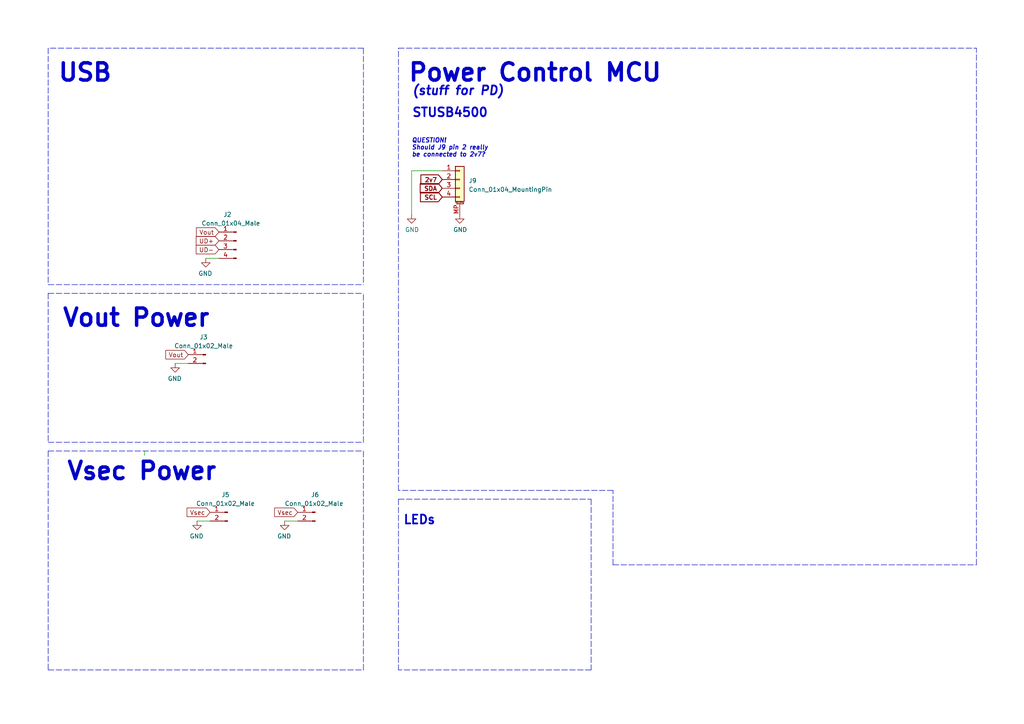
<source format=kicad_sch>
(kicad_sch (version 20211123) (generator eeschema)
  (paper "A4")
  (title_block (title "USB-C (PD) Board") (rev "0.0.1") (company "The Nerd Mage"))
  (lib_symbols
    (symbol "Connector:Conn_01x02_Male" (pin_names (offset 1.016) hide)
      (property "Reference" "J" (at 0 2.54 0))
      (property "Value" "Conn_01x02_Male" (at 0 -5.08 0))
      (symbol "Conn_01x02_Male_1_1"
        (polyline (pts (xy 1.27 -2.54) (xy 0.8636 -2.54)) (stroke (width 0.1524)))
        (polyline (pts (xy 1.27 0) (xy 0.8636 0)) (stroke (width 0.1524)))
        (rectangle (start 0.8636 -2.413) (end 0 -2.667) (stroke (width 0.1524)) (fill (type outline)))
        (rectangle (start 0.8636 0.127) (end 0 -0.127) (stroke (width 0.1524)) (fill (type outline)))
        (pin passive line (at 5.08 0 180) (length 3.81) (name "Pin_1") (number "1"))
        (pin passive line (at 5.08 -2.54 180) (length 3.81) (name "Pin_2") (number "2"))
      )
    )
    (symbol "Connector:Conn_01x04_Male" (pin_names (offset 1.016) hide)
      (property "Reference" "J" (at 0 5.08 0))
      (property "Value" "Conn_01x04_Male" (at 0 -7.62 0))
      (symbol "Conn_01x04_Male_1_1"
        (polyline (pts (xy 1.27 -5.08) (xy 0.8636 -5.08)) (stroke (width 0.1524)))
        (polyline (pts (xy 1.27 -2.54) (xy 0.8636 -2.54)) (stroke (width 0.1524)))
        (polyline (pts (xy 1.27 0) (xy 0.8636 0)) (stroke (width 0.1524)))
        (polyline (pts (xy 1.27 2.54) (xy 0.8636 2.54)) (stroke (width 0.1524)))
        (rectangle (start 0.8636 -4.953) (end 0 -5.207) (stroke (width 0.1524)) (fill (type outline)))
        (rectangle (start 0.8636 -2.413) (end 0 -2.667) (stroke (width 0.1524)) (fill (type outline)))
        (rectangle (start 0.8636 0.127) (end 0 -0.127) (stroke (width 0.1524)) (fill (type outline)))
        (rectangle (start 0.8636 2.667) (end 0 2.413) (stroke (width 0.1524)) (fill (type outline)))
        (pin passive line (at 5.08 2.54 180) (length 3.81) (name "Pin_1") (number "1"))
        (pin passive line (at 5.08 0 180) (length 3.81) (name "Pin_2") (number "2"))
        (pin passive line (at 5.08 -2.54 180) (length 3.81) (name "Pin_3") (number "3"))
        (pin passive line (at 5.08 -5.08 180) (length 3.81) (name "Pin_4") (number "4"))
      )
    )
    (symbol "Connector_Generic_MountingPin:Conn_01x04_MountingPin" (pin_names (offset 1.016) hide)
      (property "Reference" "J" (at 0 5.08 0))
      (property "Value" "Conn_01x04_MountingPin" (at 1.27 -7.62 0))
      (symbol "Conn_01x04_MountingPin_1_1"
        (rectangle (start -1.27 -4.953) (end 0 -5.207) (stroke (width 0.1524)))
        (rectangle (start -1.27 -2.413) (end 0 -2.667) (stroke (width 0.1524)))
        (rectangle (start -1.27 0.127) (end 0 -0.127) (stroke (width 0.1524)))
        (rectangle (start -1.27 2.667) (end 0 2.413) (stroke (width 0.1524)))
        (rectangle (start -1.27 3.81) (end 1.27 -6.35) (stroke (width 0.254)) (fill (type background)))
        (polyline (pts (xy -1.016 -7.112) (xy 1.016 -7.112)) (stroke (width 0.1524)))
        (text "Mounting" (at 0 -6.731 0) (effects (font (size 0.381 0.381))))
        (pin passive line (at -5.08 2.54 0) (length 3.81) (name "Pin_1") (number "1"))
        (pin passive line (at -5.08 0 0) (length 3.81) (name "Pin_2") (number "2"))
        (pin passive line (at -5.08 -2.54 0) (length 3.81) (name "Pin_3") (number "3"))
        (pin passive line (at -5.08 -5.08 0) (length 3.81) (name "Pin_4") (number "4"))
        (pin passive line (at 0 -10.16 90) (length 3.048) (name "MountPin") (number "MP"))
      )
    )
    (symbol "power:GND" (power) (pin_names (offset 0))
      (property "Value" "GND" (at 0 -3.81 0))
      (symbol "GND_0_1"
        (polyline (pts (xy 0 0) (xy 0 -1.27) (xy 1.27 -1.27) (xy 0 -2.54) (xy -1.27 -1.27) (xy 0 -1.27)))
      )
      (symbol "GND_1_1"
        (pin power_in line (at 0 0 270) (length 0) hide (name "GND") (number "1"))
      )
    )
  )
  (polyline (pts (xy 115.57 144.78) (xy 171.45 144.78)))
  (polyline (pts (xy 105.41 13.97) (xy 105.41 82.55)))
  (polyline (pts (xy 105.41 13.97) (xy 13.97 13.97)))
  (polyline (pts (xy 13.97 128.27) (xy 105.41 128.27)))
  (polyline (pts (xy 115.57 144.78) (xy 115.57 194.31)))
  (polyline (pts (xy 105.41 128.27) (xy 105.41 85.09)))
  (wire (pts (xy 128.27 49.53) (xy 119.38 49.53)))
  (polyline (pts (xy 13.97 130.81) (xy 105.41 130.81)))
  (polyline (pts (xy 13.97 85.09) (xy 13.97 128.27)))
  (polyline (pts (xy 171.45 194.31) (xy 115.57 194.31)))
  (polyline (pts (xy 13.97 194.31) (xy 105.41 194.31)))
  (wire (pts (xy 63.5 74.93) (xy 59.69 74.93)))
  (polyline (pts (xy 13.97 82.55) (xy 105.41 82.55)))
  (polyline (pts (xy 115.57 142.24) (xy 115.57 13.97)))
  (polyline (pts (xy 105.41 194.31) (xy 105.41 130.81)))
  (polyline (pts (xy 13.97 130.81) (xy 13.97 194.31)))
  (polyline (pts (xy 115.57 13.97) (xy 283.21 13.97)))
  (polyline (pts (xy 177.8 142.24) (xy 115.57 142.24)))
  (polyline (pts (xy 13.97 13.97) (xy 13.97 82.55)))
  (wire (pts (xy 54.61 105.41) (xy 50.8 105.41)))
  (polyline (pts (xy 177.8 163.83) (xy 177.8 142.24)))
  (wire (pts (xy 41.91 132.08) (xy 41.91 130.81)))
  (polyline (pts (xy 177.8 163.83) (xy 283.21 163.83)))
  (wire (pts (xy 119.38 49.53) (xy 119.38 62.23)))
  (polyline (pts (xy 171.45 144.78) (xy 171.45 194.31)))
  (wire (pts (xy 86.36 151.13) (xy 82.55 151.13)))
  (polyline (pts (xy 283.21 163.83) (xy 283.21 13.97)))
  (polyline (pts (xy 13.97 85.09) (xy 105.41 85.09)))
  (wire (pts (xy 60.96 151.13) (xy 57.15 151.13)))
  (text "Vsec Power" (at 19.05 139.7 0) (effects (font (size 5 5) (thickness 1) bold) (justify left bottom)))
  (text "Vout Power" (at 17.78 95.25 0) (effects (font (size 5 5) (thickness 1) bold) (justify left bottom)))
  (text "QUESTION!\nShould J9 pin 2 really\nbe connected to 2v7?" (at 119.38 45.72 0) (effects (font (size 1.27 1.27) (thickness 0.254) bold italic) (justify left bottom)))
  (text "STUSB4500" (at 119.38 34.29 180) (effects (font (size 2.54 2.54) (thickness 0.508) bold) (justify left bottom)))
  (text "USB" (at 16.51 24.13 0) (effects (font (size 5 5) (thickness 1) bold) (justify left bottom)))
  (text "(stuff for PD)" (at 119.38 27.94 0) (effects (font (size 2.54 2.54) (thickness 0.508) bold italic) (justify left bottom)))
  (text "Power Control MCU" (at 118.11 24.13 0) (effects (font (size 5 5) (thickness 1) bold) (justify left bottom)))
  (text "LEDs" (at 116.84 152.4 180) (effects (font (size 2.54 2.54) (thickness 0.508) bold) (justify left bottom)))
  (global_label "2v7" (shape input) (at 128.27 52.07 180) (effects (font (thickness 0.254) bold)) (property "Intersheet References" "${INTERSHEET_REFS}" (effects hide)))
  (global_label "Vout" (shape input) (at 63.5 67.31 180) (property "Intersheet References" "${INTERSHEET_REFS}" (effects hide)))
  (global_label "Vout" (shape input) (at 54.61 102.87 180) (property "Intersheet References" "${INTERSHEET_REFS}" (effects hide)))
  (global_label "Vsec" (shape input) (at 60.96 148.59 180) (property "Intersheet References" "${INTERSHEET_REFS}" (effects hide)))
  (global_label "UD-" (shape input) (at 63.5 72.39 180) (property "Intersheet References" "${INTERSHEET_REFS}" (effects hide)))
  (global_label "SDA" (shape input) (at 128.27 54.61 180) (effects (font bold)) (property "Intersheet References" "${INTERSHEET_REFS}" (effects hide)))
  (global_label "SCL" (shape input) (at 128.27 57.15 180) (effects (font (thickness 0.254) bold)) (property "Intersheet References" "${INTERSHEET_REFS}" (effects hide)))
  (global_label "Vsec" (shape input) (at 86.36 148.59 180) (property "Intersheet References" "${INTERSHEET_REFS}" (effects hide)))
  (global_label "UD+" (shape input) (at 63.5 69.85 180) (property "Intersheet References" "${INTERSHEET_REFS}" (effects hide)))
  (symbol (lib_id "Connector:Conn_01x02_Male") (at 59.69 102.87 0) (mirror y) (unit 1)
    (property "Reference" "J3" (at 59.055 97.79 0))
    (property "Value" "Conn_01x02_Male" (at 59.055 100.33 0))
    (property "Footprint" "Tinker:PinHeader_1x02_P2.54mm_Vertical" (effects hide))
  )
  (symbol (lib_id "power:GND") (at 59.69 74.93 0) (mirror y) (unit 1)
    (property "Reference" "#PWR0106" (effects hide))
    (property "Value" "GND" (at 59.563 79.3242 0))
  )
  (symbol (lib_id "power:GND") (at 50.8 105.41 0) (mirror y) (unit 1)
    (property "Reference" "#PWR0104" (effects hide))
    (property "Value" "GND" (at 50.673 109.8042 0))
  )
  (symbol (lib_id "power:GND") (at 82.55 151.13 0) (mirror y) (unit 1)
    (property "Reference" "#PWR0101" (effects hide))
    (property "Value" "GND" (at 82.423 155.5242 0))
  )
  (symbol (lib_id "power:GND") (at 57.15 151.13 0) (mirror y) (unit 1)
    (property "Reference" "#PWR0120" (effects hide))
    (property "Value" "GND" (at 57.023 155.5242 0))
  )
  (symbol (lib_id "Connector_Generic_MountingPin:Conn_01x04_MountingPin") (at 133.35 52.07 0) (unit 1)
    (property "Reference" "J9" (at 135.89 52.4255 0) (effects (justify left)))
    (property "Value" "Conn_01x04_MountingPin" (at 135.89 54.9655 0) (effects (justify left)))
    (property "Footprint" "Tinker:JST_SH_SM04B-SRSS-TB_1x04-1MP_P1.00mm_Horizontal" (effects hide))
  )
  (symbol (lib_id "Connector:Conn_01x02_Male") (at 91.44 148.59 0) (mirror y) (unit 1)
    (property "Reference" "J6" (at 90.17 143.51 0) (effects (justify right)))
    (property "Value" "Conn_01x02_Male" (at 82.55 146.05 0) (effects (justify right)))
    (property "Footprint" "Tinker:PinHeader_1x02_P2.54mm_Vertical" (effects hide))
  )
  (symbol (lib_id "Connector:Conn_01x04_Male") (at 68.58 69.85 0) (mirror y) (unit 1)
    (property "Reference" "J2" (at 64.77 62.23 0) (effects (justify right)))
    (property "Value" "Conn_01x04_Male" (at 58.42 64.77 0) (effects (justify right)))
    (property "Footprint" "Tinker:PinHeader_1x04_P2.54mm_Vertical" (effects hide))
  )
  (symbol (lib_id "power:GND") (at 133.35 62.23 0) (unit 1)
    (property "Reference" "#PWR0123" (effects hide))
    (property "Value" "GND" (at 133.477 66.6242 0))
  )
  (symbol (lib_id "power:GND") (at 119.38 62.23 0) (unit 1)
    (property "Reference" "#PWR0124" (effects hide))
    (property "Value" "GND" (at 119.507 66.6242 0))
  )
  (symbol (lib_id "Connector:Conn_01x02_Male") (at 66.04 148.59 0) (mirror y) (unit 1)
    (property "Reference" "J5" (at 65.405 143.51 0))
    (property "Value" "Conn_01x02_Male" (at 65.405 146.05 0))
    (property "Footprint" "Tinker:PinHeader_1x02_P2.54mm_Vertical" (effects hide))
  )
)
</source>
